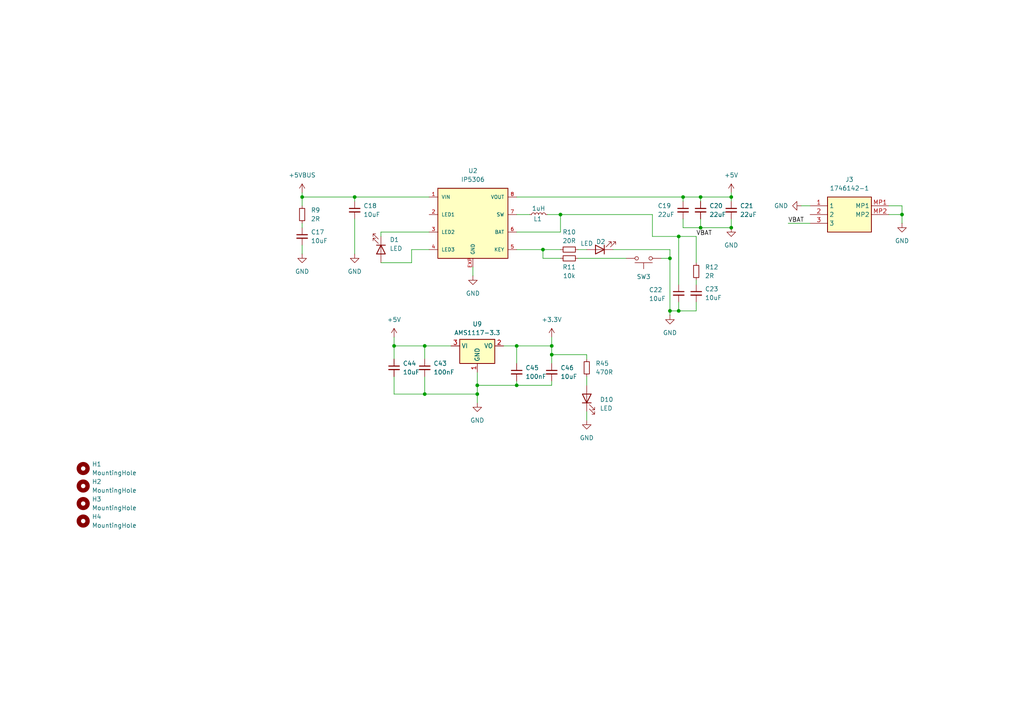
<source format=kicad_sch>
(kicad_sch (version 20250114) (generator "eeschema") (generator_version "9.0")
  (paper "A4")
  (lib_symbols
    (symbol "1746142-1:1746142-1"
      (property "Reference" "J" (at 19.05 7.62 0))
      (property "Value" "1746142-1" (at 19.05 5.08 0))
      (symbol "1746142-1_1_1"
        (rectangle (start 5.08 2.54) (end 17.78 -7.62) (stroke (width 0.254)) (fill (type background)))
        (pin passive line (at 0 0 0) (length 5.08) (name "1") (number "1"))
        (pin passive line (at 0 -2.54 0) (length 5.08) (name "2") (number "2"))
        (pin passive line (at 0 -5.08 0) (length 5.08) (name "3") (number "3"))
        (pin passive line (at 22.86 0 180) (length 5.08) (name "MP1") (number "MP1"))
        (pin passive line (at 22.86 -2.54 180) (length 5.08) (name "MP2") (number "MP2"))
      )
    )
    (symbol "Device:C_Small" (pin_numbers (hide yes)) (pin_names (offset 0.254) (hide yes))
      (property "Reference" "C" (at 0.254 1.778 0))
      (property "Value" "C_Small" (at 0.254 -2.032 0))
      (symbol "C_Small_0_1"
        (polyline (pts (xy -1.524 0.508) (xy 1.524 0.508)) (stroke (width 0.3048)))
        (polyline (pts (xy -1.524 -0.508) (xy 1.524 -0.508)) (stroke (width 0.3302)))
      )
      (symbol "C_Small_1_1"
        (pin passive line (at 0 2.54 270) (length 2.032) (name "~") (number "1"))
        (pin passive line (at 0 -2.54 90) (length 2.032) (name "~") (number "2"))
      )
    )
    (symbol "Device:LED" (pin_numbers (hide yes)) (pin_names (offset 1.016) (hide yes))
      (property "Reference" "D" (at 0 2.54 0))
      (property "Value" "LED" (at 0 -2.54 0))
      (symbol "LED_0_1"
        (polyline (pts (xy -3.048 -0.762) (xy -4.572 -2.286) (xy -3.81 -2.286) (xy -4.572 -2.286) (xy -4.572 -1.524)))
        (polyline (pts (xy -1.778 -0.762) (xy -3.302 -2.286) (xy -2.54 -2.286) (xy -3.302 -2.286) (xy -3.302 -1.524)))
        (polyline (pts (xy -1.27 0) (xy 1.27 0)))
        (polyline (pts (xy -1.27 -1.27) (xy -1.27 1.27)) (stroke (width 0.254)))
        (polyline (pts (xy 1.27 -1.27) (xy 1.27 1.27) (xy -1.27 0) (xy 1.27 -1.27)) (stroke (width 0.254)))
      )
      (symbol "LED_1_1"
        (pin passive line (at -3.81 0 0) (length 2.54) (name "K") (number "1"))
        (pin passive line (at 3.81 0 180) (length 2.54) (name "A") (number "2"))
      )
    )
    (symbol "Device:L_Small" (pin_numbers (hide yes)) (pin_names (offset 0.254) (hide yes))
      (property "Reference" "L" (at 0.762 1.016 0))
      (property "Value" "L_Small" (at 0.762 -1.016 0))
      (symbol "L_Small_0_1"
        (arc (start 0 2.032) (mid 0.5058 1.524) (end 0 1.016))
        (arc (start 0 1.016) (mid 0.5058 0.508) (end 0 0))
        (arc (start 0 0) (mid 0.5058 -0.508) (end 0 -1.016))
        (arc (start 0 -1.016) (mid 0.5058 -1.524) (end 0 -2.032))
      )
      (symbol "L_Small_1_1"
        (pin passive line (at 0 2.54 270) (length 0.508) (name "~") (number "1"))
        (pin passive line (at 0 -2.54 90) (length 0.508) (name "~") (number "2"))
      )
    )
    (symbol "Device:R_Small" (pin_numbers (hide yes)) (pin_names (offset 0.254) (hide yes))
      (property "Reference" "R" (at 0.762 0.508 0))
      (property "Value" "R_Small" (at 0.762 -1.016 0))
      (symbol "R_Small_0_1"
        (rectangle (start -0.762 1.778) (end 0.762 -1.778) (stroke (width 0.2032)))
      )
      (symbol "R_Small_1_1"
        (pin passive line (at 0 2.54 270) (length 0.762) (name "~") (number "1"))
        (pin passive line (at 0 -2.54 90) (length 0.762) (name "~") (number "2"))
      )
    )
    (symbol "GND_1" (power) (pin_numbers (hide yes)) (pin_names (offset 0) (hide yes))
      (property "Value" "GND" (at 0 -3.81 0))
      (symbol "GND_1_0_1"
        (polyline (pts (xy 0 0) (xy 0 -1.27) (xy 1.27 -1.27) (xy 0 -2.54) (xy -1.27 -1.27) (xy 0 -1.27)))
      )
      (symbol "GND_1_1_1"
        (pin power_in line (at 0 0 270) (length 0) (name "~") (number "1"))
      )
    )
    (symbol "IP5306:IP5306" (pin_names (offset 1.016))
      (property "Reference" "U" (at -10.16 10.922 0))
      (property "Value" "IP5306" (at 2.54 -12.7 0))
      (symbol "IP5306_0_0"
        (rectangle (start -10.16 -10.16) (end 10.16 10.16) (stroke (width 0.254)) (fill (type background)))
        (pin bidirectional line (at -12.7 7.62 0) (length 2.54) (name "VIN") (number "1"))
        (pin bidirectional line (at -12.7 2.54 0) (length 2.54) (name "LED1") (number "2"))
        (pin bidirectional line (at -12.7 -2.54 0) (length 2.54) (name "LED2") (number "3"))
        (pin bidirectional line (at -12.7 -7.62 0) (length 2.54) (name "LED3") (number "4"))
        (pin bidirectional line (at 0 -12.7 90) (length 2.54) (name "GND") (number "EXP"))
        (pin bidirectional line (at 12.7 7.62 180) (length 2.54) (name "VOUT") (number "8"))
        (pin bidirectional line (at 12.7 2.54 180) (length 2.54) (name "SW") (number "7"))
        (pin bidirectional line (at 12.7 -2.54 180) (length 2.54) (name "BAT") (number "6"))
        (pin bidirectional line (at 12.7 -7.62 180) (length 2.54) (name "KEY") (number "5"))
      )
    )
    (symbol "LED_1" (pin_numbers (hide yes)) (pin_names (offset 1.016) (hide yes))
      (property "Reference" "D" (at 0 2.54 0))
      (property "Value" "LED" (at 0 -2.54 0))
      (symbol "LED_1_0_1"
        (polyline (pts (xy -3.048 -0.762) (xy -4.572 -2.286) (xy -3.81 -2.286) (xy -4.572 -2.286) (xy -4.572 -1.524)))
        (polyline (pts (xy -1.778 -0.762) (xy -3.302 -2.286) (xy -2.54 -2.286) (xy -3.302 -2.286) (xy -3.302 -1.524)))
        (polyline (pts (xy -1.27 0) (xy 1.27 0)))
        (polyline (pts (xy -1.27 -1.27) (xy -1.27 1.27)) (stroke (width 0.254)))
        (polyline (pts (xy 1.27 -1.27) (xy 1.27 1.27) (xy -1.27 0) (xy 1.27 -1.27)) (stroke (width 0.254)))
      )
      (symbol "LED_1_1_1"
        (pin passive line (at -3.81 0 0) (length 2.54) (name "K") (number "1"))
        (pin passive line (at 3.81 0 180) (length 2.54) (name "A") (number "2"))
      )
    )
    (symbol "Mechanical:MountingHole" (pin_names (offset 1.016))
      (property "Reference" "H" (at 0 5.08 0))
      (property "Value" "MountingHole" (at 0 3.175 0))
      (symbol "MountingHole_0_1"
        (circle (center 0 0) (radius 1.27) (stroke (width 1.27)))
      )
    )
    (symbol "Regulator_Linear:AMS1117-3.3"
      (property "Reference" "U" (at -3.81 3.175 0))
      (property "Value" "AMS1117-3.3" (at 0 3.175 0))
      (symbol "AMS1117-3.3_0_1"
        (rectangle (start -5.08 -5.08) (end 5.08 1.905) (stroke (width 0.254)) (fill (type background)))
      )
      (symbol "AMS1117-3.3_1_1"
        (pin power_in line (at -7.62 0 0) (length 2.54) (name "VI") (number "3"))
        (pin power_in line (at 0 -7.62 90) (length 2.54) (name "GND") (number "1"))
        (pin power_out line (at 7.62 0 180) (length 2.54) (name "VO") (number "2"))
      )
    )
    (symbol "Switch:SW_Push" (pin_numbers (hide yes)) (pin_names (offset 1.016) (hide yes))
      (property "Reference" "SW" (at 1.27 2.54 0))
      (property "Value" "SW_Push" (at 0 -1.524 0))
      (symbol "SW_Push_0_1"
        (circle (center -2.032 0) (radius 0.508))
        (polyline (pts (xy 0 1.27) (xy 0 3.048)))
        (circle (center 2.032 0) (radius 0.508))
        (polyline (pts (xy 2.54 1.27) (xy -2.54 1.27)))
        (pin passive line (at -5.08 0 0) (length 2.54) (name "1") (number "1"))
        (pin passive line (at 5.08 0 180) (length 2.54) (name "2") (number "2"))
      )
    )
    (symbol "power:+3.3V" (power) (pin_names (offset 0))
      (property "Value" "+3.3V" (at 0 3.556 0))
      (symbol "+3.3V_0_1"
        (polyline (pts (xy -0.762 1.27) (xy 0 2.54)))
        (polyline (pts (xy 0 2.54) (xy 0.762 1.27)))
        (polyline (pts (xy 0 0) (xy 0 2.54)))
      )
      (symbol "+3.3V_1_1"
        (pin power_in line (at 0 0 90) (length 0) (hide yes) (name "+3.3V") (number "1"))
      )
    )
    (symbol "power:+5V" (power) (pin_names (offset 0))
      (property "Value" "+5V" (at 0 3.556 0))
      (symbol "+5V_0_1"
        (polyline (pts (xy -0.762 1.27) (xy 0 2.54)))
        (polyline (pts (xy 0 2.54) (xy 0.762 1.27)))
        (polyline (pts (xy 0 0) (xy 0 2.54)))
      )
      (symbol "+5V_1_1"
        (pin power_in line (at 0 0 90) (length 0) (hide yes) (name "+5V") (number "1"))
      )
    )
    (symbol "power:GND" (power) (pin_names (offset 0))
      (property "Value" "GND" (at 0 -3.81 0))
      (symbol "GND_0_1"
        (polyline (pts (xy 0 0) (xy 0 -1.27) (xy 1.27 -1.27) (xy 0 -2.54) (xy -1.27 -1.27) (xy 0 -1.27)))
      )
      (symbol "GND_1_1"
        (pin power_in line (at 0 0 270) (length 0) (hide yes) (name "GND") (number "1"))
      )
    )
  )
  (junction (at 157.48 72.39))
  (junction (at 212.09 57.15))
  (junction (at 138.43 114.3))
  (junction (at 203.2 57.15))
  (junction (at 87.63 57.15))
  (junction (at 194.31 90.17))
  (junction (at 261.62 62.23))
  (junction (at 160.02 102.87))
  (junction (at 198.12 57.15))
  (junction (at 212.09 66.04))
  (junction (at 160.02 100.33))
  (junction (at 149.86 100.33))
  (junction (at 196.85 68.58))
  (junction (at 114.3 100.33))
  (junction (at 149.86 111.76))
  (junction (at 194.31 74.93))
  (junction (at 123.19 114.3))
  (junction (at 203.2 66.04))
  (junction (at 196.85 90.17))
  (junction (at 138.43 111.76))
  (junction (at 102.87 57.15))
  (junction (at 162.56 62.23))
  (junction (at 123.19 100.33))
  (wire (pts (xy 123.19 100.33) (xy 130.81 100.33)))
  (wire (pts (xy 160.02 100.33) (xy 149.86 100.33)))
  (wire (pts (xy 157.48 72.39) (xy 162.56 72.39)))
  (wire (pts (xy 87.63 55.88) (xy 87.63 57.15)))
  (wire (pts (xy 261.62 59.69) (xy 261.62 62.23)))
  (wire (pts (xy 149.86 57.15) (xy 198.12 57.15)))
  (wire (pts (xy 87.63 57.15) (xy 102.87 57.15)))
  (wire (pts (xy 196.85 90.17) (xy 194.31 90.17)))
  (wire (pts (xy 212.09 63.5) (xy 212.09 66.04)))
  (wire (pts (xy 138.43 114.3) (xy 138.43 116.84)))
  (wire (pts (xy 87.63 64.77) (xy 87.63 66.04)))
  (wire (pts (xy 87.63 71.12) (xy 87.63 73.66)))
  (wire (pts (xy 124.46 72.39) (xy 119.38 72.39)))
  (wire (pts (xy 149.86 111.76) (xy 138.43 111.76)))
  (wire (pts (xy 114.3 100.33) (xy 123.19 100.33)))
  (wire (pts (xy 203.2 66.04) (xy 212.09 66.04)))
  (wire (pts (xy 232.41 59.69) (xy 234.95 59.69)))
  (wire (pts (xy 170.18 109.22) (xy 170.18 111.76)))
  (wire (pts (xy 160.02 110.49) (xy 160.02 111.76)))
  (wire (pts (xy 160.02 102.87) (xy 170.18 102.87)))
  (wire (pts (xy 138.43 114.3) (xy 138.43 111.76)))
  (wire (pts (xy 201.93 87.63) (xy 201.93 90.17)))
  (wire (pts (xy 201.93 76.2) (xy 201.93 68.58)))
  (wire (pts (xy 194.31 72.39) (xy 194.31 74.93)))
  (wire (pts (xy 194.31 90.17) (xy 194.31 91.44)))
  (wire (pts (xy 149.86 100.33) (xy 146.05 100.33)))
  (wire (pts (xy 160.02 102.87) (xy 160.02 100.33)))
  (wire (pts (xy 196.85 87.63) (xy 196.85 90.17)))
  (wire (pts (xy 257.81 62.23) (xy 261.62 62.23)))
  (wire (pts (xy 123.19 114.3) (xy 138.43 114.3)))
  (wire (pts (xy 102.87 57.15) (xy 124.46 57.15)))
  (wire (pts (xy 102.87 57.15) (xy 102.87 58.42)))
  (wire (pts (xy 189.23 68.58) (xy 189.23 62.23)))
  (wire (pts (xy 261.62 62.23) (xy 261.62 64.77)))
  (wire (pts (xy 149.86 72.39) (xy 157.48 72.39)))
  (wire (pts (xy 123.19 109.22) (xy 123.19 114.3)))
  (wire (pts (xy 162.56 62.23) (xy 158.75 62.23)))
  (wire (pts (xy 212.09 57.15) (xy 212.09 58.42)))
  (wire (pts (xy 138.43 111.76) (xy 138.43 107.95)))
  (wire (pts (xy 201.93 90.17) (xy 196.85 90.17)))
  (wire (pts (xy 114.3 104.14) (xy 114.3 100.33)))
  (wire (pts (xy 198.12 57.15) (xy 203.2 57.15)))
  (wire (pts (xy 160.02 111.76) (xy 149.86 111.76)))
  (wire (pts (xy 110.49 76.2) (xy 119.38 76.2)))
  (wire (pts (xy 203.2 57.15) (xy 203.2 58.42)))
  (wire (pts (xy 162.56 62.23) (xy 189.23 62.23)))
  (wire (pts (xy 170.18 119.38) (xy 170.18 121.92)))
  (wire (pts (xy 203.2 57.15) (xy 212.09 57.15)))
  (wire (pts (xy 110.49 68.58) (xy 110.49 67.31)))
  (wire (pts (xy 114.3 97.79) (xy 114.3 100.33)))
  (wire (pts (xy 160.02 105.41) (xy 160.02 102.87)))
  (wire (pts (xy 153.67 62.23) (xy 149.86 62.23)))
  (wire (pts (xy 102.87 63.5) (xy 102.87 73.66)))
  (wire (pts (xy 198.12 63.5) (xy 198.12 66.04)))
  (wire (pts (xy 167.64 74.93) (xy 181.61 74.93)))
  (wire (pts (xy 212.09 55.88) (xy 212.09 57.15)))
  (wire (pts (xy 196.85 68.58) (xy 196.85 82.55)))
  (wire (pts (xy 198.12 66.04) (xy 203.2 66.04)))
  (wire (pts (xy 114.3 109.22) (xy 114.3 114.3)))
  (wire (pts (xy 257.81 59.69) (xy 261.62 59.69)))
  (wire (pts (xy 191.77 74.93) (xy 194.31 74.93)))
  (wire (pts (xy 119.38 72.39) (xy 119.38 76.2)))
  (wire (pts (xy 167.64 72.39) (xy 170.18 72.39)))
  (wire (pts (xy 170.18 102.87) (xy 170.18 104.14)))
  (wire (pts (xy 196.85 68.58) (xy 189.23 68.58)))
  (wire (pts (xy 149.86 110.49) (xy 149.86 111.76)))
  (wire (pts (xy 177.8 72.39) (xy 194.31 72.39)))
  (wire (pts (xy 203.2 63.5) (xy 203.2 66.04)))
  (wire (pts (xy 157.48 74.93) (xy 157.48 72.39)))
  (wire (pts (xy 149.86 105.41) (xy 149.86 100.33)))
  (wire (pts (xy 194.31 74.93) (xy 194.31 90.17)))
  (wire (pts (xy 114.3 114.3) (xy 123.19 114.3)))
  (wire (pts (xy 198.12 57.15) (xy 198.12 58.42)))
  (wire (pts (xy 87.63 57.15) (xy 87.63 59.69)))
  (wire (pts (xy 123.19 104.14) (xy 123.19 100.33)))
  (wire (pts (xy 201.93 82.55) (xy 201.93 81.28)))
  (wire (pts (xy 149.86 67.31) (xy 162.56 67.31)))
  (wire (pts (xy 110.49 67.31) (xy 124.46 67.31)))
  (wire (pts (xy 160.02 97.79) (xy 160.02 100.33)))
  (wire (pts (xy 137.16 77.47) (xy 137.16 80.01)))
  (wire (pts (xy 228.6 64.77) (xy 234.95 64.77)))
  (wire (pts (xy 162.56 67.31) (xy 162.56 62.23)))
  (wire (pts (xy 162.56 74.93) (xy 157.48 74.93)))
  (wire (pts (xy 201.93 68.58) (xy 196.85 68.58)))
  (label "VBAT" (at 228.6 64.77 0))
  (label "VBAT" (at 201.93 68.58 0))
  (symbol (lib_id "Device:LED") (at 170.18 115.57 90) (unit 1)
    (property "Reference" "D10" (at 173.99 115.8875 90) (effects (justify right)))
    (property "Value" "LED" (at 173.99 118.4275 90) (effects (justify right)))
    (property "Footprint" "LED_SMD:LED_0603_1608Metric" (effects (hide yes)))
  )
  (symbol (lib_id "power:+5V") (at 114.3 97.79 0) (unit 1)
    (property "Reference" "#PWR052" (effects (hide yes)))
    (property "Value" "+5V" (at 114.3 92.71 0))
  )
  (symbol (lib_id "Device:R_Small") (at 201.93 78.74 180) (unit 1)
    (property "Reference" "R12" (at 204.47 77.4699 0) (effects (justify right)))
    (property "Value" "2R" (at 204.47 80.0099 0) (effects (justify right)))
    (property "Footprint" "Resistor_SMD:R_0603_1608Metric" (effects (hide yes)))
    (property "Description" "Resistor, small symbol" (effects (hide yes)))
  )
  (symbol (lib_name "GND_1") (lib_id "power:GND") (at 137.16 80.01 0) (unit 1)
    (property "Reference" "#PWR015" (effects (hide yes)))
    (property "Value" "GND" (at 137.16 85.09 0))
    (property "Description" "Power symbol creates a global label with name \"GND\" , ground" (effects (hide yes)))
  )
  (symbol (lib_name "LED_1") (lib_id "Device:LED") (at 110.49 72.39 270) (unit 1)
    (property "Reference" "D1" (at 113.03 69.5324 90) (effects (justify left)))
    (property "Value" "LED" (at 113.03 72.0724 90) (effects (justify left)))
    (property "Footprint" "LED_SMD:LED_0603_1608Metric" (effects (hide yes)))
    (property "Description" "Light emitting diode" (effects (hide yes)))
    (property "Sim.Pins" "1=K 2=A" (effects (hide yes)))
  )
  (symbol (lib_id "Mechanical:MountingHole") (at 24.13 140.97 0) (unit 1)
    (property "Reference" "H2" (at 26.67 139.7 0) (effects (justify left)))
    (property "Value" "MountingHole" (at 26.67 142.24 0) (effects (justify left)))
    (property "Footprint" "MountingHole:MountingHole_3.2mm_M3_Pad" (effects (hide yes)))
  )
  (symbol (lib_id "Device:C_Small") (at 160.02 107.95 0) (unit 1)
    (property "Reference" "C46" (at 162.56 106.6863 0) (effects (justify left)))
    (property "Value" "10uF" (at 162.56 109.2263 0) (effects (justify left)))
    (property "Footprint" "Capacitor_SMD:C_0603_1608Metric" (effects (hide yes)))
  )
  (symbol (lib_name "GND_1") (lib_id "power:GND") (at 102.87 73.66 0) (unit 1)
    (property "Reference" "#PWR014" (effects (hide yes)))
    (property "Value" "GND" (at 102.87 78.74 0))
    (property "Description" "Power symbol creates a global label with name \"GND\" , ground" (effects (hide yes)))
  )
  (symbol (lib_id "Device:C_Small") (at 212.09 60.96 0) (unit 1)
    (property "Reference" "C21" (at 214.63 59.6962 0) (effects (justify left)))
    (property "Value" "22uF" (at 214.63 62.2362 0) (effects (justify left)))
    (property "Footprint" "Capacitor_SMD:C_0603_1608Metric" (effects (hide yes)))
    (property "Description" "Unpolarized capacitor, small symbol" (effects (hide yes)))
  )
  (symbol (lib_id "Device:R_Small") (at 165.1 74.93 90) (unit 1)
    (property "Reference" "R11" (at 165.1 77.47 90))
    (property "Value" "10k" (at 165.1 80.01 90))
    (property "Footprint" "Resistor_SMD:R_0603_1608Metric" (effects (hide yes)))
    (property "Description" "Resistor, small symbol" (effects (hide yes)))
  )
  (symbol (lib_name "GND_1") (lib_id "power:GND") (at 212.09 66.04 0) (unit 1)
    (property "Reference" "#PWR017" (effects (hide yes)))
    (property "Value" "GND" (at 212.09 71.12 0))
    (property "Description" "Power symbol creates a global label with name \"GND\" , ground" (effects (hide yes)))
  )
  (symbol (lib_id "IP5306:IP5306") (at 137.16 64.77 0) (unit 1)
    (property "Reference" "U2" (at 137.16 49.53 0))
    (property "Value" "IP5306" (at 137.16 52.07 0))
    (property "Footprint" "IP5306:SOP8-P" (effects (hide yes)))
    (property "MF" "Injoinic" (effects (hide yes)))
    (property "Description_1" "Fully-Integrated Power Bank System-On-Chip with 2.1A charger, 2.4A discharger" (effects (hide yes)))
    (property "Package" "None" (effects (hide yes)))
    (property "Price" "None" (effects (hide yes)))
    (property "SnapEDA_Link" "https://www.snapeda.com/parts/IP5306/Injoinic/view-part/?ref=snap" (effects (hide yes)))
    (property "MP" "IP5306" (effects (hide yes)))
    (property "Availability" "Not in stock" (effects (hide yes)))
    (property "Check_prices" "https://www.snapeda.com/parts/IP5306/Injoinic/view-part/?ref=eda" (effects (hide yes)))
  )
  (symbol (lib_id "Device:C_Small") (at 203.2 60.96 0) (unit 1)
    (property "Reference" "C20" (at 205.74 59.6962 0) (effects (justify left)))
    (property "Value" "22uF" (at 205.74 62.2362 0) (effects (justify left)))
    (property "Footprint" "Capacitor_SMD:C_0603_1608Metric" (effects (hide yes)))
    (property "Description" "Unpolarized capacitor, small symbol" (effects (hide yes)))
  )
  (symbol (lib_id "power:+5V") (at 212.09 55.88 0) (unit 1)
    (property "Reference" "#PWR060" (effects (hide yes)))
    (property "Value" "+5V" (at 212.09 50.8 0))
  )
  (symbol (lib_id "Device:C_Small") (at 123.19 106.68 0) (unit 1)
    (property "Reference" "C43" (at 125.73 105.4163 0) (effects (justify left)))
    (property "Value" "100nF" (at 125.73 107.9563 0) (effects (justify left)))
    (property "Footprint" "Capacitor_SMD:C_0603_1608Metric" (effects (hide yes)))
  )
  (symbol (lib_id "1746142-1:1746142-1") (at 234.95 59.69 0) (unit 1)
    (property "Reference" "J3" (at 246.38 52.07 0))
    (property "Value" "1746142-1" (at 246.38 54.61 0))
    (property "Footprint" "KiCad:17461421" (effects (hide yes)))
    (property "Datasheet" "https://www.te.com/commerce/DocumentDelivery/DDEController?Action=srchrtrv&DocNm=1654270-2&DocType=Catalog%20Section&DocLang=English&PartCntxt=1746142-1&DocFormat=pdf" (effects (hide yes)))
    (property "Description" "Configuration Features: Number of Positions 3 | PCB Mount Orientation Right Angle | Contact Features: Contact Current Rating (Max) 2 AMP | Electrical Characteristics: Operating Voltage 50 VDC | Housing Features: Centerline (Pitch) 3.2 MM | Centerline (Pitch) .126 INCH | Mechanical Attachment: Connector Mounting Type Board Mount | Operation/Application: Circuit Application Power & Signal | Packaging Features: Packaging Method Reel | Packaging Quantity 500 | Product Type Features: Connector System Board-to-Bo" (effects (hide yes)))
    (property "Height" "6.6" (effects (hide yes)))
    (property "Manufacturer_Name" "TE Connectivity" (effects (hide yes)))
    (property "Manufacturer_Part_Number" "1746142-1" (effects (hide yes)))
    (property "Mouser Part Number" "571-1746142-1" (effects (hide yes)))
    (property "Mouser Price/Stock" "https://www.mouser.co.uk/ProductDetail/TE-Connectivity/1746142-1?qs=BNrmOlmR3%2Fp%252B%2F5%252BPTzogqQ%3D%3D" (effects (hide yes)))
    (property "Arrow Part Number" "1746142-1" (effects (hide yes)))
    (property "Arrow Price/Stock" "https://www.arrow.com/en/products/1746142-1/te-connectivity?region=nac" (effects (hide yes)))
  )
  (symbol (lib_id "Device:C_Small") (at 102.87 60.96 0) (unit 1)
    (property "Reference" "C18" (at 105.41 59.6962 0) (effects (justify left)))
    (property "Value" "10uF" (at 105.41 62.2362 0) (effects (justify left)))
    (property "Footprint" "Capacitor_SMD:C_0603_1608Metric" (effects (hide yes)))
    (property "Description" "Unpolarized capacitor, small symbol" (effects (hide yes)))
  )
  (symbol (lib_id "power:+3.3V") (at 160.02 97.79 0) (unit 1)
    (property "Reference" "#PWR053" (effects (hide yes)))
    (property "Value" "+3.3V" (at 160.02 92.71 0))
  )
  (symbol (lib_id "Device:C_Small") (at 87.63 68.58 0) (unit 1)
    (property "Reference" "C17" (at 90.17 67.3162 0) (effects (justify left)))
    (property "Value" "10uF" (at 90.17 69.8562 0) (effects (justify left)))
    (property "Footprint" "Capacitor_SMD:C_0603_1608Metric" (effects (hide yes)))
    (property "Description" "Unpolarized capacitor, small symbol" (effects (hide yes)))
  )
  (symbol (lib_id "power:+5V") (at 87.63 55.88 0) (unit 1)
    (property "Reference" "#PWR062" (effects (hide yes)))
    (property "Value" "+5VBUS" (at 87.63 50.8 0))
  )
  (symbol (lib_id "Device:C_Small") (at 198.12 60.96 0) (unit 1)
    (property "Reference" "C19" (at 190.754 59.69 0) (effects (justify left)))
    (property "Value" "22uF" (at 190.754 62.23 0) (effects (justify left)))
    (property "Footprint" "Capacitor_SMD:C_0603_1608Metric" (effects (hide yes)))
    (property "Description" "Unpolarized capacitor, small symbol" (effects (hide yes)))
  )
  (symbol (lib_id "Device:C_Small") (at 149.86 107.95 0) (unit 1)
    (property "Reference" "C45" (at 152.4 106.6863 0) (effects (justify left)))
    (property "Value" "100nF" (at 152.4 109.2263 0) (effects (justify left)))
    (property "Footprint" "Capacitor_SMD:C_0603_1608Metric" (effects (hide yes)))
  )
  (symbol (lib_name "GND_1") (lib_id "power:GND") (at 261.62 64.77 0) (unit 1)
    (property "Reference" "#PWR019" (effects (hide yes)))
    (property "Value" "GND" (at 261.62 69.85 0))
    (property "Description" "Power symbol creates a global label with name \"GND\" , ground" (effects (hide yes)))
  )
  (symbol (lib_id "Device:R_Small") (at 165.1 72.39 90) (unit 1)
    (property "Reference" "R10" (at 165.1 67.31 90))
    (property "Value" "20R" (at 165.1 69.85 90))
    (property "Footprint" "Resistor_SMD:R_0603_1608Metric" (effects (hide yes)))
    (property "Description" "Resistor, small symbol" (effects (hide yes)))
  )
  (symbol (lib_name "LED_1") (lib_id "Device:LED") (at 173.99 72.39 180) (unit 1)
    (property "Reference" "D2" (at 174.244 70.104 0))
    (property "Value" "LED" (at 170.18 70.612 0))
    (property "Footprint" "LED_SMD:LED_0603_1608Metric" (effects (hide yes)))
    (property "Description" "Light emitting diode" (effects (hide yes)))
    (property "Sim.Pins" "1=K 2=A" (effects (hide yes)))
  )
  (symbol (lib_name "GND_1") (lib_id "power:GND") (at 87.63 73.66 0) (unit 1)
    (property "Reference" "#PWR013" (effects (hide yes)))
    (property "Value" "GND" (at 87.63 78.74 0))
    (property "Description" "Power symbol creates a global label with name \"GND\" , ground" (effects (hide yes)))
  )
  (symbol (lib_id "Mechanical:MountingHole") (at 24.13 146.05 0) (unit 1)
    (property "Reference" "H3" (at 26.67 144.78 0) (effects (justify left)))
    (property "Value" "MountingHole" (at 26.67 147.32 0) (effects (justify left)))
    (property "Footprint" "MountingHole:MountingHole_3.2mm_M3_Pad" (effects (hide yes)))
  )
  (symbol (lib_id "Device:C_Small") (at 201.93 85.09 0) (unit 1)
    (property "Reference" "C23" (at 204.47 83.8262 0) (effects (justify left)))
    (property "Value" "10uF" (at 204.47 86.3662 0) (effects (justify left)))
    (property "Footprint" "Capacitor_SMD:C_0603_1608Metric" (effects (hide yes)))
    (property "Description" "Unpolarized capacitor, small symbol" (effects (hide yes)))
  )
  (symbol (lib_id "Regulator_Linear:AMS1117-3.3") (at 138.43 100.33 0) (unit 1)
    (property "Reference" "U9" (at 138.43 93.98 0))
    (property "Value" "AMS1117-3.3" (at 138.43 96.52 0))
    (property "Footprint" "Package_TO_SOT_SMD:SOT-223-3_TabPin2" (effects (hide yes)))
    (property "Datasheet" "http://www.advanced-monolithic.com/pdf/ds1117.pdf" (effects (hide yes)))
  )
  (symbol (lib_id "Device:R_Small") (at 170.18 106.68 0) (unit 1)
    (property "Reference" "R45" (at 172.72 105.41 0) (effects (justify left)))
    (property "Value" "470R" (at 172.72 107.95 0) (effects (justify left)))
    (property "Footprint" "Resistor_SMD:R_0603_1608Metric" (effects (hide yes)))
  )
  (symbol (lib_id "power:GND") (at 170.18 121.92 0) (unit 1)
    (property "Reference" "#PWR073" (effects (hide yes)))
    (property "Value" "GND" (at 170.18 127 0))
  )
  (symbol (lib_id "Device:L_Small") (at 156.21 62.23 90) (unit 1)
    (property "Reference" "L1" (at 155.956 63.5 90))
    (property "Value" "1uH" (at 156.21 60.452 90))
    (property "Footprint" "Inductor_SMD:L_0603_1608Metric" (effects (hide yes)))
    (property "Description" "Inductor, small symbol" (effects (hide yes)))
  )
  (symbol (lib_id "Mechanical:MountingHole") (at 24.13 151.13 0) (unit 1)
    (property "Reference" "H4" (at 26.67 149.86 0) (effects (justify left)))
    (property "Value" "MountingHole" (at 26.67 152.4 0) (effects (justify left)))
    (property "Footprint" "MountingHole:MountingHole_3.2mm_M3_Pad" (effects (hide yes)))
  )
  (symbol (lib_id "Device:C_Small") (at 196.85 85.09 0) (unit 1)
    (property "Reference" "C22" (at 188.214 84.074 0) (effects (justify left)))
    (property "Value" "10uF" (at 188.214 86.614 0) (effects (justify left)))
    (property "Footprint" "Capacitor_SMD:C_0603_1608Metric" (effects (hide yes)))
    (property "Description" "Unpolarized capacitor, small symbol" (effects (hide yes)))
  )
  (symbol (lib_id "Device:R_Small") (at 87.63 62.23 0) (unit 1)
    (property "Reference" "R9" (at 90.17 60.9599 0) (effects (justify left)))
    (property "Value" "2R" (at 90.17 63.4999 0) (effects (justify left)))
    (property "Footprint" "Resistor_SMD:R_0603_1608Metric" (effects (hide yes)))
    (property "Description" "Resistor, small symbol" (effects (hide yes)))
  )
  (symbol (lib_name "GND_1") (lib_id "power:GND") (at 194.31 91.44 0) (unit 1)
    (property "Reference" "#PWR016" (effects (hide yes)))
    (property "Value" "GND" (at 194.31 96.52 0))
    (property "Description" "Power symbol creates a global label with name \"GND\" , ground" (effects (hide yes)))
  )
  (symbol (lib_id "Device:C_Small") (at 114.3 106.68 0) (unit 1)
    (property "Reference" "C44" (at 116.84 105.4163 0) (effects (justify left)))
    (property "Value" "10uF" (at 116.84 107.9563 0) (effects (justify left)))
    (property "Footprint" "Capacitor_SMD:C_0603_1608Metric" (effects (hide yes)))
  )
  (symbol (lib_name "GND_1") (lib_id "power:GND") (at 232.41 59.69 270) (unit 1)
    (property "Reference" "#PWR018" (effects (hide yes)))
    (property "Value" "GND" (at 228.6 59.6899 90) (effects (justify right)))
    (property "Description" "Power symbol creates a global label with name \"GND\" , ground" (effects (hide yes)))
  )
  (symbol (lib_id "Mechanical:MountingHole") (at 24.13 135.89 0) (unit 1)
    (property "Reference" "H1" (at 26.67 134.62 0) (effects (justify left)))
    (property "Value" "MountingHole" (at 26.67 137.16 0) (effects (justify left)))
    (property "Footprint" "MountingHole:MountingHole_3.2mm_M3_Pad" (effects (hide yes)))
  )
  (symbol (lib_id "power:GND") (at 138.43 116.84 0) (unit 1)
    (property "Reference" "#PWR051" (effects (hide yes)))
    (property "Value" "GND" (at 138.43 121.92 0))
  )
  (symbol (lib_id "Switch:SW_Push") (at 186.69 74.93 180) (unit 1)
    (property "Reference" "SW3" (at 186.69 80.264 0))
    (property "Value" "SW_Push" (effects (hide yes)))
    (property "Footprint" "Button_Switch_SMD:SW_SPST_CK_RS282G05A3" (effects (hide yes)))
  )
)
</source>
